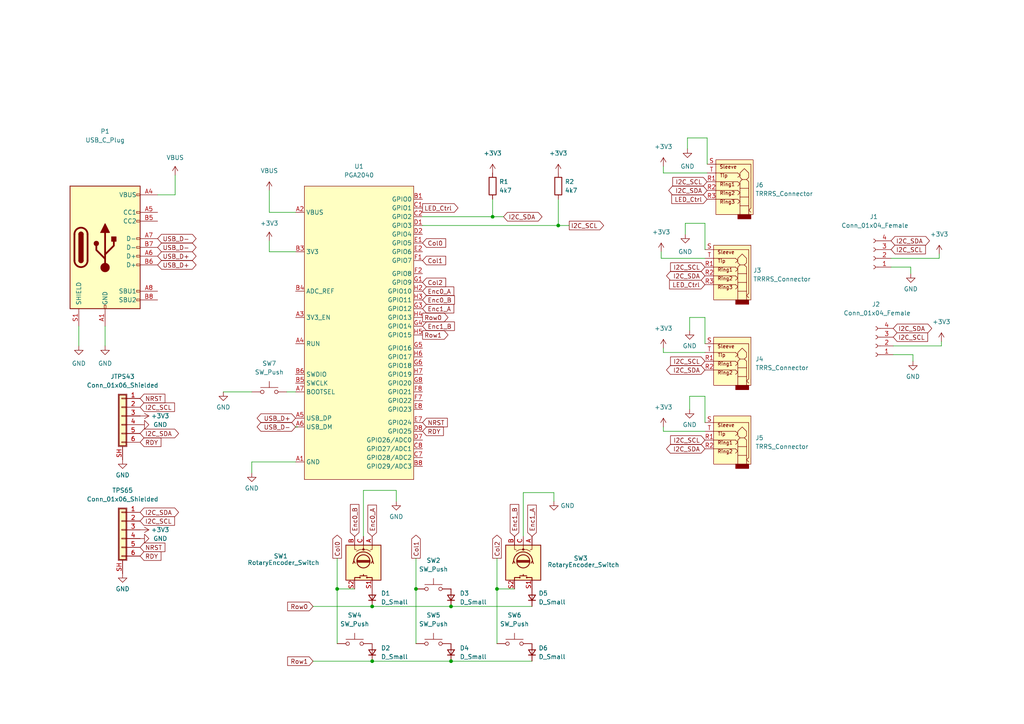
<source format=kicad_sch>
(kicad_sch (version 20231120) (generator "eeschema") (generator_version "8.0")
  (paper "A4")
  (lib_symbols
    (symbol "Connector:Conn_01x04_Female" (pin_names (offset 1.016) hide)
      (property "Reference" "J" (at 0 5.08 0))
      (property "Value" "Conn_01x04_Female" (at 0 -7.62 0))
      (symbol "Conn_01x04_Female_1_1"
        (arc (start 0 -4.572) (mid -0.5058 -5.08) (end 0 -5.588) (stroke (width 0.1524)))
        (arc (start 0 -2.032) (mid -0.5058 -2.54) (end 0 -3.048) (stroke (width 0.1524)))
        (polyline (pts (xy -1.27 -5.08) (xy -0.508 -5.08)) (stroke (width 0.1524)))
        (polyline (pts (xy -1.27 -2.54) (xy -0.508 -2.54)) (stroke (width 0.1524)))
        (polyline (pts (xy -1.27 0) (xy -0.508 0)) (stroke (width 0.1524)))
        (polyline (pts (xy -1.27 2.54) (xy -0.508 2.54)) (stroke (width 0.1524)))
        (arc (start 0 0.508) (mid -0.5058 0) (end 0 -0.508) (stroke (width 0.1524)))
        (arc (start 0 3.048) (mid -0.5058 2.54) (end 0 2.032) (stroke (width 0.1524)))
        (pin passive line (at -5.08 2.54 0) (length 3.81) (name "Pin_1") (number "1"))
        (pin passive line (at -5.08 0 0) (length 3.81) (name "Pin_2") (number "2"))
        (pin passive line (at -5.08 -2.54 0) (length 3.81) (name "Pin_3") (number "3"))
        (pin passive line (at -5.08 -5.08 0) (length 3.81) (name "Pin_4") (number "4"))
      )
    )
    (symbol "Connector:USB_C_Receptacle_USB2.0" (pin_names (offset 1.016))
      (property "Reference" "J" (at -10.16 19.05 0))
      (property "Value" "USB_C_Receptacle_USB2.0" (at 19.05 19.05 0))
      (symbol "USB_C_Receptacle_USB2.0_0_0"
        (rectangle (start -0.254 -17.78) (end 0.254 -16.764))
        (rectangle (start 10.16 -14.986) (end 9.144 -15.494))
        (rectangle (start 10.16 -12.446) (end 9.144 -12.954))
        (rectangle (start 10.16 -4.826) (end 9.144 -5.334))
        (rectangle (start 10.16 -2.286) (end 9.144 -2.794))
        (rectangle (start 10.16 0.254) (end 9.144 -0.254))
        (rectangle (start 10.16 2.794) (end 9.144 2.286))
        (rectangle (start 10.16 7.874) (end 9.144 7.366))
        (rectangle (start 10.16 10.414) (end 9.144 9.906))
        (rectangle (start 10.16 15.494) (end 9.144 14.986))
      )
      (symbol "USB_C_Receptacle_USB2.0_0_1"
        (rectangle (start -10.16 17.78) (end 10.16 -17.78) (stroke (width 0.254)) (fill (type background)))
        (arc (start -8.89 -3.81) (mid -6.985 -5.7066) (end -5.08 -3.81) (stroke (width 0.508)))
        (arc (start -7.62 -3.81) (mid -6.985 -4.4422) (end -6.35 -3.81) (stroke (width 0.254)))
        (arc (start -7.62 -3.81) (mid -6.985 -4.4422) (end -6.35 -3.81) (stroke (width 0.254)) (fill (type outline)))
        (rectangle (start -7.62 -3.81) (end -6.35 3.81) (stroke (width 0.254)) (fill (type outline)))
        (arc (start -6.35 3.81) (mid -6.985 4.4422) (end -7.62 3.81) (stroke (width 0.254)))
        (arc (start -6.35 3.81) (mid -6.985 4.4422) (end -7.62 3.81) (stroke (width 0.254)) (fill (type outline)))
        (arc (start -5.08 3.81) (mid -6.985 5.7066) (end -8.89 3.81) (stroke (width 0.508)))
        (circle (center -2.54 1.143) (radius 0.635) (stroke (width 0.254)) (fill (type outline)))
        (circle (center 0 -5.842) (radius 1.27) (fill (type outline)))
        (polyline (pts (xy -8.89 -3.81) (xy -8.89 3.81)) (stroke (width 0.508)))
        (polyline (pts (xy -5.08 3.81) (xy -5.08 -3.81)) (stroke (width 0.508)))
        (polyline (pts (xy 0 -5.842) (xy 0 4.318)) (stroke (width 0.508)))
        (polyline (pts (xy 0 -3.302) (xy -2.54 -0.762) (xy -2.54 0.508)) (stroke (width 0.508)))
        (polyline (pts (xy 0 -2.032) (xy 2.54 0.508) (xy 2.54 1.778)) (stroke (width 0.508)))
        (polyline (pts (xy -1.27 4.318) (xy 0 6.858) (xy 1.27 4.318) (xy -1.27 4.318)) (stroke (width 0.254)) (fill (type outline)))
        (rectangle (start 1.905 1.778) (end 3.175 3.048) (stroke (width 0.254)) (fill (type outline)))
      )
      (symbol "USB_C_Receptacle_USB2.0_1_1"
        (pin passive line (at 0 -22.86 90) (length 5.08) (name "GND") (number "A1"))
        (pin passive line (at 0 -22.86 90) (length 5.08) hide (name "GND") (number "A12"))
        (pin passive line (at 15.24 15.24 180) (length 5.08) (name "VBUS") (number "A4"))
        (pin bidirectional line (at 15.24 10.16 180) (length 5.08) (name "CC1") (number "A5"))
        (pin bidirectional line (at 15.24 -2.54 180) (length 5.08) (name "D+") (number "A6"))
        (pin bidirectional line (at 15.24 2.54 180) (length 5.08) (name "D-") (number "A7"))
        (pin bidirectional line (at 15.24 -12.7 180) (length 5.08) (name "SBU1") (number "A8"))
        (pin passive line (at 15.24 15.24 180) (length 5.08) hide (name "VBUS") (number "A9"))
        (pin passive line (at 0 -22.86 90) (length 5.08) hide (name "GND") (number "B1"))
        (pin passive line (at 0 -22.86 90) (length 5.08) hide (name "GND") (number "B12"))
        (pin passive line (at 15.24 15.24 180) (length 5.08) hide (name "VBUS") (number "B4"))
        (pin bidirectional line (at 15.24 7.62 180) (length 5.08) (name "CC2") (number "B5"))
        (pin bidirectional line (at 15.24 -5.08 180) (length 5.08) (name "D+") (number "B6"))
        (pin bidirectional line (at 15.24 0 180) (length 5.08) (name "D-") (number "B7"))
        (pin bidirectional line (at 15.24 -15.24 180) (length 5.08) (name "SBU2") (number "B8"))
        (pin passive line (at 15.24 15.24 180) (length 5.08) hide (name "VBUS") (number "B9"))
        (pin passive line (at -7.62 -22.86 90) (length 5.08) (name "SHIELD") (number "S1"))
      )
    )
    (symbol "Connector_Generic_Shielded:Conn_01x06_Shielded" (pin_names (offset 1.016) hide)
      (property "Reference" "J" (at 0.254 7.366 0))
      (property "Value" "Conn_01x06_Shielded" (at 1.016 -9.906 0))
      (symbol "Conn_01x06_Shielded_1_1"
        (rectangle (start -1.27 6.35) (end 1.27 -8.89) (stroke (width 0.1524)))
        (rectangle (start -1.016 -7.493) (end 0.254 -7.747) (stroke (width 0.1524)))
        (rectangle (start -1.016 -4.953) (end 0.254 -5.207) (stroke (width 0.1524)))
        (rectangle (start -1.016 -2.413) (end 0.254 -2.667) (stroke (width 0.1524)))
        (rectangle (start -1.016 0.127) (end 0.254 -0.127) (stroke (width 0.1524)))
        (rectangle (start -1.016 2.667) (end 0.254 2.413) (stroke (width 0.1524)))
        (rectangle (start -1.016 5.207) (end 0.254 4.953) (stroke (width 0.1524)))
        (rectangle (start -1.016 6.096) (end 1.016 -8.636) (stroke (width 0.254)) (fill (type background)))
        (pin passive line (at -5.08 5.08 0) (length 4.064) (name "Pin_1") (number "1"))
        (pin passive line (at -5.08 2.54 0) (length 4.064) (name "Pin_2") (number "2"))
        (pin passive line (at -5.08 0 0) (length 4.064) (name "Pin_3") (number "3"))
        (pin passive line (at -5.08 -2.54 0) (length 4.064) (name "Pin_4") (number "4"))
        (pin passive line (at -5.08 -5.08 0) (length 4.064) (name "Pin_5") (number "5"))
        (pin passive line (at -5.08 -7.62 0) (length 4.064) (name "Pin_6") (number "6"))
        (pin passive line (at 0 -12.7 90) (length 3.81) (name "Shield") (number "SH"))
      )
    )
    (symbol "Device:D_Small" (pin_numbers hide) (pin_names (offset 0.254) hide)
      (property "Reference" "D" (at -1.27 2.032 0))
      (property "Value" "D_Small" (at -3.81 -2.032 0))
      (symbol "D_Small_0_1"
        (polyline (pts (xy -0.762 -1.016) (xy -0.762 1.016)) (stroke (width 0.254)))
        (polyline (pts (xy -0.762 0) (xy 0.762 0)))
        (polyline (pts (xy 0.762 -1.016) (xy -0.762 0) (xy 0.762 1.016) (xy 0.762 -1.016)) (stroke (width 0.254)))
      )
      (symbol "D_Small_1_1"
        (pin passive line (at -2.54 0 0) (length 1.778) (name "K") (number "1"))
        (pin passive line (at 2.54 0 180) (length 1.778) (name "A") (number "2"))
      )
    )
    (symbol "Device:R" (pin_numbers hide) (pin_names (offset 0))
      (property "Reference" "R" (at 2.032 0 90))
      (property "Value" "R" (at 0 0 90))
      (symbol "R_0_1"
        (rectangle (start -1.016 -2.54) (end 1.016 2.54) (stroke (width 0.254)))
      )
      (symbol "R_1_1"
        (pin passive line (at 0 3.81 270) (length 1.27) (name "~") (number "1"))
        (pin passive line (at 0 -3.81 90) (length 1.27) (name "~") (number "2"))
      )
    )
    (symbol "Device:RotaryEncoder_Switch" (pin_names (offset 0.254) hide)
      (property "Reference" "SW" (at 0 6.604 0))
      (property "Value" "RotaryEncoder_Switch" (at 0 -6.604 0))
      (symbol "RotaryEncoder_Switch_0_1"
        (rectangle (start -5.08 5.08) (end 5.08 -5.08) (stroke (width 0.254)) (fill (type background)))
        (circle (center -3.81 0) (radius 0.254) (fill (type outline)))
        (circle (center -0.381 0) (radius 1.905) (stroke (width 0.254)))
        (arc (start -0.381 2.667) (mid -3.0987 -0.0635) (end -0.381 -2.794) (stroke (width 0.254)))
        (polyline (pts (xy -0.635 -1.778) (xy -0.635 1.778)) (stroke (width 0.254)))
        (polyline (pts (xy -0.381 -1.778) (xy -0.381 1.778)) (stroke (width 0.254)))
        (polyline (pts (xy -0.127 1.778) (xy -0.127 -1.778)) (stroke (width 0.254)))
        (polyline (pts (xy 3.81 0) (xy 3.429 0)) (stroke (width 0.254)))
        (polyline (pts (xy 3.81 1.016) (xy 3.81 -1.016)) (stroke (width 0.254)))
        (polyline (pts (xy -5.08 -2.54) (xy -3.81 -2.54) (xy -3.81 -2.032)))
        (polyline (pts (xy -5.08 2.54) (xy -3.81 2.54) (xy -3.81 2.032)))
        (polyline (pts (xy 0.254 -3.048) (xy -0.508 -2.794) (xy 0.127 -2.413)) (stroke (width 0.254)))
        (polyline (pts (xy 0.254 2.921) (xy -0.508 2.667) (xy 0.127 2.286)) (stroke (width 0.254)))
        (polyline (pts (xy 5.08 -2.54) (xy 4.318 -2.54) (xy 4.318 -1.016)) (stroke (width 0.254)))
        (polyline (pts (xy 5.08 2.54) (xy 4.318 2.54) (xy 4.318 1.016)) (stroke (width 0.254)))
        (polyline (pts (xy -5.08 0) (xy -3.81 0) (xy -3.81 -1.016) (xy -3.302 -2.032)))
        (polyline (pts (xy -4.318 0) (xy -3.81 0) (xy -3.81 1.016) (xy -3.302 2.032)))
        (circle (center 4.318 -1.016) (radius 0.127) (stroke (width 0.254)))
        (circle (center 4.318 1.016) (radius 0.127) (stroke (width 0.254)))
      )
      (symbol "RotaryEncoder_Switch_1_1"
        (pin passive line (at -7.62 2.54 0) (length 2.54) (name "A") (number "A"))
        (pin passive line (at -7.62 -2.54 0) (length 2.54) (name "B") (number "B"))
        (pin passive line (at -7.62 0 0) (length 2.54) (name "C") (number "C"))
        (pin passive line (at 7.62 2.54 180) (length 2.54) (name "S1") (number "S1"))
        (pin passive line (at 7.62 -2.54 180) (length 2.54) (name "S2") (number "S2"))
      )
    )
    (symbol "Keyboard_Components:PGA2040"
      (property "Reference" "U" (at -3.81 43.18 0))
      (property "Value" "PGA2040" (at 10.16 38.1 0))
      (symbol "PGA2040_0_1"
        (rectangle (start -5.08 41.91) (end 26.67 -43.18) (fill (type background)))
      )
      (symbol "PGA2040_1_1"
        (pin input line (at -7.62 -38.1 0) (length 2.54) (name "GND") (number "A1"))
        (pin input line (at -7.62 34.29 0) (length 2.54) (name "VBUS") (number "A2"))
        (pin input line (at -7.62 3.81 0) (length 2.54) (name "3V3_EN") (number "A3"))
        (pin input line (at -7.62 -3.81 0) (length 2.54) (name "RUN") (number "A4"))
        (pin bidirectional line (at -7.62 -25.4 0) (length 2.54) (name "USB_DP") (number "A5"))
        (pin bidirectional line (at -7.62 -27.94 0) (length 2.54) (name "USB_DM") (number "A6"))
        (pin input line (at -7.62 -17.78 0) (length 2.54) (name "BOOTSEL") (number "A7"))
        (pin input line (at -7.62 -38.1 0) (length 2.54) hide (name "GND") (number "A8"))
        (pin bidirectional line (at 29.21 38.1 180) (length 2.54) (name "GPIO0") (number "B1"))
        (pin input line (at -7.62 -38.1 0) (length 2.54) hide (name "GND") (number "B2"))
        (pin output line (at -7.62 22.86 0) (length 2.54) (name "3V3") (number "B3"))
        (pin input line (at -7.62 11.43 0) (length 2.54) (name "ADC_REF") (number "B4"))
        (pin output line (at -7.62 -15.24 0) (length 2.54) (name "SWCLK") (number "B5"))
        (pin bidirectional line (at -7.62 -12.7 0) (length 2.54) (name "SWDIO") (number "B6"))
        (pin input line (at -7.62 -38.1 0) (length 2.54) hide (name "GND") (number "B7"))
        (pin bidirectional line (at 29.21 -39.37 180) (length 2.54) (name "GPIO29/ADC3") (number "B8"))
        (pin bidirectional line (at 29.21 35.56 180) (length 2.54) (name "GPIO1") (number "C1"))
        (pin bidirectional line (at 29.21 33.02 180) (length 2.54) (name "GPIO2") (number "C2"))
        (pin bidirectional line (at 29.21 -36.83 180) (length 2.54) (name "GPIO28/ADC2") (number "C7"))
        (pin bidirectional line (at 29.21 -34.29 180) (length 2.54) (name "GPIO27/ADC1") (number "C8"))
        (pin bidirectional line (at 29.21 30.48 180) (length 2.54) (name "GPIO3") (number "D1"))
        (pin bidirectional line (at 29.21 27.94 180) (length 2.54) (name "GPIO4") (number "D2"))
        (pin bidirectional line (at 29.21 -31.75 180) (length 2.54) (name "GPIO26/ADC0") (number "D7"))
        (pin bidirectional line (at 29.21 -29.21 180) (length 2.54) (name "GPIO25") (number "D8"))
        (pin bidirectional line (at 29.21 25.4 180) (length 2.54) (name "GPIO5") (number "E1"))
        (pin bidirectional line (at 29.21 22.86 180) (length 2.54) (name "GPIO6") (number "E2"))
        (pin bidirectional line (at 29.21 -26.67 180) (length 2.54) (name "GPIO24") (number "E7"))
        (pin bidirectional line (at 29.21 -22.86 180) (length 2.54) (name "GPIO23") (number "E8"))
        (pin bidirectional line (at 29.21 20.32 180) (length 2.54) (name "GPIO7") (number "F1"))
        (pin bidirectional line (at 29.21 16.51 180) (length 2.54) (name "GPIO8") (number "F2"))
        (pin bidirectional line (at 29.21 -20.32 180) (length 2.54) (name "GPIO22") (number "F7"))
        (pin bidirectional line (at 29.21 -17.78 180) (length 2.54) (name "GPIO21") (number "F8"))
        (pin bidirectional line (at 29.21 13.97 180) (length 2.54) (name "GPIO9") (number "G1"))
        (pin input line (at -7.62 -38.1 0) (length 2.54) hide (name "GND") (number "G2"))
        (pin bidirectional line (at 29.21 6.35 180) (length 2.54) (name "GPIO12") (number "G3"))
        (pin bidirectional line (at 29.21 1.27 180) (length 2.54) (name "GPIO14") (number "G4"))
        (pin bidirectional line (at 29.21 -5.08 180) (length 2.54) (name "GPIO16") (number "G5"))
        (pin bidirectional line (at 29.21 -10.16 180) (length 2.54) (name "GPIO18") (number "G6"))
        (pin input line (at -7.62 -38.1 0) (length 2.54) hide (name "GND") (number "G7"))
        (pin bidirectional line (at 29.21 -15.24 180) (length 2.54) (name "GPIO20") (number "G8"))
        (pin input line (at -7.62 -38.1 0) (length 2.54) hide (name "GND") (number "H1"))
        (pin bidirectional line (at 29.21 11.43 180) (length 2.54) (name "GPIO10") (number "H2"))
        (pin bidirectional line (at 29.21 8.89 180) (length 2.54) (name "GPIO11") (number "H3"))
        (pin bidirectional line (at 29.21 3.81 180) (length 2.54) (name "GPIO13") (number "H4"))
        (pin bidirectional line (at 29.21 -1.27 180) (length 2.54) (name "GPIO15") (number "H5"))
        (pin bidirectional line (at 29.21 -7.62 180) (length 2.54) (name "GPIO17") (number "H6"))
        (pin bidirectional line (at 29.21 -12.7 180) (length 2.54) (name "GPIO19") (number "H7"))
        (pin input line (at -7.62 -38.1 0) (length 2.54) hide (name "GND") (number "H8"))
      )
    )
    (symbol "Keyboard_Components:TRRRS_Connector"
      (property "Reference" "J" (at 5.08 8.89 0))
      (property "Value" "TRRRS_Connector" (at 5.08 6.35 0))
      (symbol "TRRRS_Connector_0_0"
        (text "Ring1" (at 3.302 -3.302 0) (effects (font (size 1.016 1.016))))
        (text "Ring2" (at 3.302 -5.842 0) (effects (font (size 1.016 1.016))))
        (text "Ring3" (at 3.302 -8.382 0) (effects (font (size 1.016 1.016))))
        (text "Sleeve" (at 3.556 1.778 0) (effects (font (size 1.016 1.016))))
        (text "Tip" (at 2.286 -0.762 0) (effects (font (size 1.016 1.016))))
      )
      (symbol "TRRRS_Connector_0_1"
        (polyline (pts (xy 0 -2.54) (xy 6.35 -2.54)))
        (polyline (pts (xy 0 0) (xy 6.35 0)))
        (polyline (pts (xy 6.35 -7.62) (xy 0 -7.62)))
        (polyline (pts (xy 6.35 -5.08) (xy 0 -5.08)))
        (polyline (pts (xy 6.985 -9.525) (xy 9.525 -9.525)))
        (polyline (pts (xy 6.985 -6.985) (xy 9.525 -6.985)))
        (polyline (pts (xy 6.985 -4.445) (xy 9.525 -4.445)))
        (polyline (pts (xy 7.62 -1.905) (xy 8.89 -1.905)))
        (polyline (pts (xy 0 2.54) (xy 10.16 2.54) (xy 10.16 -10.16)))
        (polyline (pts (xy 6.35 -8.89) (xy 6.985 -8.255) (xy 6.35 -7.62)))
        (polyline (pts (xy 6.35 -6.35) (xy 6.985 -5.715) (xy 6.35 -5.08)))
        (polyline (pts (xy 6.35 -3.81) (xy 6.985 -3.175) (xy 6.35 -2.54)))
        (polyline (pts (xy 6.35 -1.27) (xy 6.985 -0.635) (xy 6.35 0)))
        (polyline (pts (xy 10.16 -11.43) (xy 9.525 -10.795) (xy 10.16 -10.16)))
        (polyline (pts (xy 6.985 -12.065) (xy 6.985 -2.54) (xy 7.62 -1.905) (xy 6.985 -1.27) (xy 6.985 0) (xy 8.255 1.27) (xy 9.525 0) (xy 9.525 -1.27) (xy 8.89 -1.905) (xy 9.525 -2.54) (xy 9.525 -12.065)))
        (rectangle (start 0 3.81) (end 10.795 -12.065) (fill (type background)))
        (rectangle (start 6.35 -12.065) (end 10.16 -13.335) (fill (type outline)))
      )
      (symbol "TRRRS_Connector_1_1"
        (pin input line (at -2.54 -2.54 0) (length 2.54) (name "") (number "R1"))
        (pin input line (at -2.54 -5.08 0) (length 2.54) (name "") (number "R2"))
        (pin input line (at -2.54 -7.62 0) (length 2.54) (name "") (number "R3"))
        (pin input line (at -2.54 2.54 0) (length 2.54) (name "") (number "S"))
        (pin input line (at -2.54 0 0) (length 2.54) (name "") (number "T"))
      )
    )
    (symbol "Keyboard_Components:TRRS_Connector"
      (property "Reference" "J" (at 2.54 10.16 0))
      (property "Value" "TRRS_Connector" (at 2.54 7.62 0))
      (symbol "TRRS_Connector_0_0"
        (text "Ring1" (at 3.302 -2.032 0) (effects (font (size 1.016 1.016))))
        (text "Ring2" (at 3.302 -4.572 0) (effects (font (size 1.016 1.016))))
        (text "Sleeve" (at 3.556 3.048 0) (effects (font (size 1.016 1.016))))
        (text "Tip" (at 2.286 0.508 0) (effects (font (size 1.016 1.016))))
      )
      (symbol "TRRS_Connector_0_1"
        (polyline (pts (xy 0 -1.27) (xy 6.35 -1.27)))
        (polyline (pts (xy 0 1.27) (xy 6.35 1.27)))
        (polyline (pts (xy 6.35 -3.81) (xy 0 -3.81)))
        (polyline (pts (xy 6.985 -5.715) (xy 9.525 -5.715)))
        (polyline (pts (xy 6.985 -3.175) (xy 9.525 -3.175)))
        (polyline (pts (xy 7.62 -0.635) (xy 8.89 -0.635)))
        (polyline (pts (xy 0 3.81) (xy 10.16 3.81) (xy 10.16 -6.35)))
        (polyline (pts (xy 6.35 -5.08) (xy 6.985 -4.445) (xy 6.35 -3.81)))
        (polyline (pts (xy 6.35 -2.54) (xy 6.985 -1.905) (xy 6.35 -1.27)))
        (polyline (pts (xy 6.35 0) (xy 6.985 0.635) (xy 6.35 1.27)))
        (polyline (pts (xy 10.16 -7.62) (xy 9.525 -6.985) (xy 10.16 -6.35)))
        (polyline (pts (xy 6.985 -8.89) (xy 6.985 -1.27) (xy 7.62 -0.635) (xy 6.985 0) (xy 6.985 1.27) (xy 8.255 2.54) (xy 9.525 1.27) (xy 9.525 0) (xy 8.89 -0.635) (xy 9.525 -1.27) (xy 9.525 -8.89)))
        (rectangle (start 0 5.715) (end 10.795 -8.255) (fill (type background)))
        (rectangle (start 6.35 -8.255) (end 10.16 -9.525) (fill (type outline)))
      )
      (symbol "TRRS_Connector_1_1"
        (pin input line (at -2.54 -1.27 0) (length 2.54) (name "") (number "R1"))
        (pin input line (at -2.54 -3.81 0) (length 2.54) (name "") (number "R2"))
        (pin input line (at -2.54 3.81 0) (length 2.54) (name "") (number "S"))
        (pin input line (at -2.54 1.27 0) (length 2.54) (name "") (number "T"))
      )
    )
    (symbol "Switch:SW_Push" (pin_numbers hide) (pin_names (offset 1.016) hide)
      (property "Reference" "SW" (at 1.27 2.54 0))
      (property "Value" "SW_Push" (at 0 -1.524 0))
      (symbol "SW_Push_0_1"
        (circle (center -2.032 0) (radius 0.508))
        (polyline (pts (xy 0 1.27) (xy 0 3.048)))
        (polyline (pts (xy 2.54 1.27) (xy -2.54 1.27)))
        (circle (center 2.032 0) (radius 0.508))
        (pin passive line (at -5.08 0 0) (length 2.54) (name "1") (number "1"))
        (pin passive line (at 5.08 0 180) (length 2.54) (name "2") (number "2"))
      )
    )
    (symbol "power:+3.3V" (power) (pin_names (offset 0))
      (property "Value" "+3.3V" (at 0 3.556 0))
      (symbol "+3.3V_0_1"
        (polyline (pts (xy -0.762 1.27) (xy 0 2.54)))
        (polyline (pts (xy 0 0) (xy 0 2.54)))
        (polyline (pts (xy 0 2.54) (xy 0.762 1.27)))
      )
      (symbol "+3.3V_1_1"
        (pin power_in line (at 0 0 90) (length 0) hide (name "+3V3") (number "1"))
      )
    )
    (symbol "power:GND" (power) (pin_names (offset 0))
      (property "Value" "GND" (at 0 -3.81 0))
      (symbol "GND_0_1"
        (polyline (pts (xy 0 0) (xy 0 -1.27) (xy 1.27 -1.27) (xy 0 -2.54) (xy -1.27 -1.27) (xy 0 -1.27)))
      )
      (symbol "GND_1_1"
        (pin power_in line (at 0 0 270) (length 0) hide (name "GND") (number "1"))
      )
    )
    (symbol "power:VBUS" (power) (pin_names (offset 0))
      (property "Value" "VBUS" (at 0 3.81 0))
      (symbol "VBUS_0_1"
        (polyline (pts (xy -0.762 1.27) (xy 0 2.54)))
        (polyline (pts (xy 0 0) (xy 0 2.54)))
        (polyline (pts (xy 0 2.54) (xy 0.762 1.27)))
      )
      (symbol "VBUS_1_1"
        (pin power_in line (at 0 0 90) (length 0) hide (name "VBUS") (number "1"))
      )
    )
  )
  (junction (at 107.95 191.77))
  (junction (at 142.875 62.865))
  (junction (at 97.79 170.815))
  (junction (at 130.81 191.77))
  (junction (at 144.145 170.815))
  (junction (at 120.65 170.815))
  (junction (at 130.81 175.895))
  (junction (at 161.925 65.405))
  (junction (at 107.95 175.895))
  (wire (pts (xy 200.025 114.935) (xy 204.47 114.935)))
  (wire (pts (xy 45.72 56.515) (xy 50.8 56.515)))
  (wire (pts (xy 85.725 133.985) (xy 73.025 133.985)))
  (wire (pts (xy 192.405 125.095) (xy 204.47 125.095)))
  (wire (pts (xy 199.39 40.005) (xy 205.105 40.005)))
  (wire (pts (xy 142.875 62.865) (xy 122.555 62.865)))
  (wire (pts (xy 192.405 102.235) (xy 204.47 102.235)))
  (wire (pts (xy 273.05 99.06) (xy 273.05 100.33)))
  (wire (pts (xy 22.86 94.615) (xy 22.86 100.33)))
  (wire (pts (xy 142.875 57.785) (xy 142.875 62.865)))
  (wire (pts (xy 198.755 64.77) (xy 204.47 64.77)))
  (wire (pts (xy 107.95 191.77) (xy 130.81 191.77)))
  (wire (pts (xy 160.655 145.415) (xy 160.655 142.875)))
  (wire (pts (xy 144.145 170.815) (xy 149.225 170.815)))
  (wire (pts (xy 151.765 142.875) (xy 151.765 155.575)))
  (wire (pts (xy 191.77 74.93) (xy 204.47 74.93)))
  (wire (pts (xy 114.935 142.24) (xy 105.41 142.24)))
  (wire (pts (xy 30.48 94.615) (xy 30.48 100.33)))
  (wire (pts (xy 73.025 113.665) (xy 64.77 113.665)))
  (wire (pts (xy 120.65 170.815) (xy 120.65 186.69)))
  (wire (pts (xy 90.805 191.77) (xy 107.95 191.77)))
  (wire (pts (xy 114.935 145.415) (xy 114.935 142.24)))
  (wire (pts (xy 97.79 170.815) (xy 102.87 170.815)))
  (wire (pts (xy 78.105 61.595) (xy 85.725 61.595)))
  (wire (pts (xy 204.47 64.77) (xy 204.47 72.39)))
  (wire (pts (xy 192.405 100.965) (xy 192.405 102.235)))
  (wire (pts (xy 264.795 104.775) (xy 264.795 102.87)))
  (wire (pts (xy 90.805 175.895) (xy 107.95 175.895)))
  (wire (pts (xy 144.145 161.925) (xy 144.145 170.815)))
  (wire (pts (xy 264.16 77.47) (xy 258.445 77.47)))
  (wire (pts (xy 273.05 100.33) (xy 259.08 100.33)))
  (wire (pts (xy 97.79 170.815) (xy 97.79 186.69)))
  (wire (pts (xy 205.105 40.005) (xy 205.105 47.625)))
  (wire (pts (xy 192.405 50.165) (xy 205.105 50.165)))
  (wire (pts (xy 272.415 73.66) (xy 272.415 74.93)))
  (wire (pts (xy 200.025 92.075) (xy 204.47 92.075)))
  (wire (pts (xy 86.36 123.825) (xy 85.725 123.825)))
  (wire (pts (xy 50.8 56.515) (xy 50.8 50.8)))
  (wire (pts (xy 97.79 161.925) (xy 97.79 170.815)))
  (wire (pts (xy 198.755 67.945) (xy 198.755 64.77)))
  (wire (pts (xy 160.655 142.875) (xy 151.765 142.875)))
  (wire (pts (xy 83.185 113.665) (xy 85.725 113.665)))
  (wire (pts (xy 264.16 79.375) (xy 264.16 77.47)))
  (wire (pts (xy 192.405 48.26) (xy 192.405 50.165)))
  (wire (pts (xy 78.105 55.245) (xy 78.105 61.595)))
  (wire (pts (xy 161.925 57.785) (xy 161.925 65.405)))
  (wire (pts (xy 200.025 95.885) (xy 200.025 92.075)))
  (wire (pts (xy 272.415 74.93) (xy 258.445 74.93)))
  (wire (pts (xy 130.81 191.77) (xy 154.305 191.77)))
  (wire (pts (xy 191.77 73.025) (xy 191.77 74.93)))
  (wire (pts (xy 78.105 69.85) (xy 78.105 73.025)))
  (wire (pts (xy 146.05 62.865) (xy 142.875 62.865)))
  (wire (pts (xy 199.39 43.18) (xy 199.39 40.005)))
  (wire (pts (xy 200.025 118.745) (xy 200.025 114.935)))
  (wire (pts (xy 73.025 133.985) (xy 73.025 137.16)))
  (wire (pts (xy 122.555 65.405) (xy 161.925 65.405)))
  (wire (pts (xy 107.95 175.895) (xy 130.81 175.895)))
  (wire (pts (xy 161.925 65.405) (xy 165.1 65.405)))
  (wire (pts (xy 105.41 142.24) (xy 105.41 155.575)))
  (wire (pts (xy 144.145 170.815) (xy 144.145 186.69)))
  (wire (pts (xy 192.405 123.825) (xy 192.405 125.095)))
  (wire (pts (xy 264.795 102.87) (xy 259.08 102.87)))
  (wire (pts (xy 78.105 73.025) (xy 85.725 73.025)))
  (wire (pts (xy 120.65 161.925) (xy 120.65 170.815)))
  (wire (pts (xy 130.81 175.895) (xy 154.305 175.895)))
  (wire (pts (xy 204.47 92.075) (xy 204.47 99.695)))
  (wire (pts (xy 204.47 114.935) (xy 204.47 122.555)))
  (global_label "I2C_SDA" (shape bidirectional) (at 204.47 130.175 180) (property "Intersheetrefs" "${INTERSHEET_REFS}" (effects (hide yes))))
  (global_label "I2C_SCL" (shape output) (at 165.1 65.405 0) (property "Intersheetrefs" "${INTERSHEET_REFS}" (effects (hide yes))))
  (global_label "NRST" (shape input) (at 122.555 122.555 0) (property "Intersheetrefs" "${INTERSHEET_REFS}" (effects (hide yes))))
  (global_label "I2C_SCL" (shape input) (at 204.47 127.635 180) (property "Intersheetrefs" "${INTERSHEET_REFS}" (effects (hide yes))))
  (global_label "RDY" (shape input) (at 122.555 125.095 0) (property "Intersheetrefs" "${INTERSHEET_REFS}" (effects (hide yes))))
  (global_label "I2C_SCL" (shape input) (at 259.08 97.79 0) (property "Intersheetrefs" "${INTERSHEET_REFS}" (effects (hide yes))))
  (global_label "I2C_SCL" (shape input) (at 205.105 52.705 180) (property "Intersheetrefs" "${INTERSHEET_REFS}" (effects (hide yes))))
  (global_label "I2C_SCL" (shape input) (at 258.445 72.39 0) (property "Intersheetrefs" "${INTERSHEET_REFS}" (effects (hide yes))))
  (global_label "Col0" (shape output) (at 97.79 161.925 90) (property "Intersheetrefs" "${INTERSHEET_REFS}" (effects (hide yes))))
  (global_label "Row1" (shape output) (at 122.555 97.155 0) (property "Intersheetrefs" "${INTERSHEET_REFS}" (effects (hide yes))))
  (global_label "Enc0_A" (shape input) (at 122.555 84.455 0) (property "Intersheetrefs" "${INTERSHEET_REFS}" (effects (hide yes))))
  (global_label "USB_D+" (shape bidirectional) (at 45.72 76.835 0) (property "Intersheetrefs" "${INTERSHEET_REFS}" (effects (hide yes))))
  (global_label "I2C_SDA" (shape bidirectional) (at 205.105 55.245 180) (property "Intersheetrefs" "${INTERSHEET_REFS}" (effects (hide yes))))
  (global_label "I2C_SDA" (shape bidirectional) (at 258.445 69.85 0) (property "Intersheetrefs" "${INTERSHEET_REFS}" (effects (hide yes))))
  (global_label "RDY" (shape input) (at 40.64 161.29 0) (property "Intersheetrefs" "${INTERSHEET_REFS}" (effects (hide yes))))
  (global_label "USB_D-" (shape bidirectional) (at 45.72 71.755 0) (property "Intersheetrefs" "${INTERSHEET_REFS}" (effects (hide yes))))
  (global_label "Row0" (shape input) (at 90.805 175.895 180) (property "Intersheetrefs" "${INTERSHEET_REFS}" (effects (hide yes))))
  (global_label "Row1" (shape input) (at 90.805 191.77 180) (property "Intersheetrefs" "${INTERSHEET_REFS}" (effects (hide yes))))
  (global_label "NRST" (shape input) (at 40.64 115.57 0) (property "Intersheetrefs" "${INTERSHEET_REFS}" (effects (hide yes))))
  (global_label "LED_Ctrl" (shape input) (at 205.105 57.785 180) (property "Intersheetrefs" "${INTERSHEET_REFS}" (effects (hide yes))))
  (global_label "Enc0_A" (shape input) (at 107.95 155.575 90) (property "Intersheetrefs" "${INTERSHEET_REFS}" (effects (hide yes))))
  (global_label "Col0" (shape input) (at 122.555 70.485 0) (property "Intersheetrefs" "${INTERSHEET_REFS}" (effects (hide yes))))
  (global_label "I2C_SCL" (shape input) (at 204.47 77.47 180) (property "Intersheetrefs" "${INTERSHEET_REFS}" (effects (hide yes))))
  (global_label "USB_D+" (shape bidirectional) (at 85.725 121.285 180) (property "Intersheetrefs" "${INTERSHEET_REFS}" (effects (hide yes))))
  (global_label "I2C_SDA" (shape bidirectional) (at 40.64 125.73 0) (property "Intersheetrefs" "${INTERSHEET_REFS}" (effects (hide yes))))
  (global_label "Enc0_B" (shape input) (at 122.555 86.995 0) (property "Intersheetrefs" "${INTERSHEET_REFS}" (effects (hide yes))))
  (global_label "Col2" (shape input) (at 122.555 81.915 0) (property "Intersheetrefs" "${INTERSHEET_REFS}" (effects (hide yes))))
  (global_label "I2C_SDA" (shape bidirectional) (at 204.47 107.315 180) (property "Intersheetrefs" "${INTERSHEET_REFS}" (effects (hide yes))))
  (global_label "USB_D-" (shape bidirectional) (at 45.72 69.215 0) (property "Intersheetrefs" "${INTERSHEET_REFS}" (effects (hide yes))))
  (global_label "Col1" (shape output) (at 120.65 161.925 90) (property "Intersheetrefs" "${INTERSHEET_REFS}" (effects (hide yes))))
  (global_label "Enc0_B" (shape input) (at 102.87 155.575 90) (property "Intersheetrefs" "${INTERSHEET_REFS}" (effects (hide yes))))
  (global_label "Enc1_A" (shape input) (at 122.555 89.535 0) (property "Intersheetrefs" "${INTERSHEET_REFS}" (effects (hide yes))))
  (global_label "Col1" (shape input) (at 122.555 75.565 0) (property "Intersheetrefs" "${INTERSHEET_REFS}" (effects (hide yes))))
  (global_label "Row0" (shape output) (at 122.555 92.075 0) (property "Intersheetrefs" "${INTERSHEET_REFS}" (effects (hide yes))))
  (global_label "I2C_SDA" (shape bidirectional) (at 204.47 80.01 180) (property "Intersheetrefs" "${INTERSHEET_REFS}" (effects (hide yes))))
  (global_label "RDY" (shape input) (at 40.64 128.27 0) (property "Intersheetrefs" "${INTERSHEET_REFS}" (effects (hide yes))))
  (global_label "I2C_SCL" (shape input) (at 40.64 118.11 0) (property "Intersheetrefs" "${INTERSHEET_REFS}" (effects (hide yes))))
  (global_label "I2C_SCL" (shape input) (at 40.64 151.13 0) (property "Intersheetrefs" "${INTERSHEET_REFS}" (effects (hide yes))))
  (global_label "NRST" (shape input) (at 40.64 158.75 0) (property "Intersheetrefs" "${INTERSHEET_REFS}" (effects (hide yes))))
  (global_label "Col2" (shape output) (at 144.145 161.925 90) (property "Intersheetrefs" "${INTERSHEET_REFS}" (effects (hide yes))))
  (global_label "USB_D-" (shape bidirectional) (at 85.725 123.825 180) (property "Intersheetrefs" "${INTERSHEET_REFS}" (effects (hide yes))))
  (global_label "LED_Ctrl" (shape output) (at 122.555 60.325 0) (property "Intersheetrefs" "${INTERSHEET_REFS}" (effects (hide yes))))
  (global_label "USB_D+" (shape bidirectional) (at 45.72 74.295 0) (property "Intersheetrefs" "${INTERSHEET_REFS}" (effects (hide yes))))
  (global_label "LED_Ctrl" (shape input) (at 204.47 82.55 180) (property "Intersheetrefs" "${INTERSHEET_REFS}" (effects (hide yes))))
  (global_label "I2C_SDA" (shape bidirectional) (at 146.05 62.865 0) (property "Intersheetrefs" "${INTERSHEET_REFS}" (effects (hide yes))))
  (global_label "Enc1_B" (shape input) (at 149.225 155.575 90) (property "Intersheetrefs" "${INTERSHEET_REFS}" (effects (hide yes))))
  (global_label "Enc1_B" (shape input) (at 122.555 94.615 0) (property "Intersheetrefs" "${INTERSHEET_REFS}" (effects (hide yes))))
  (global_label "I2C_SCL" (shape input) (at 204.47 104.775 180) (property "Intersheetrefs" "${INTERSHEET_REFS}" (effects (hide yes))))
  (global_label "Enc1_A" (shape input) (at 154.305 155.575 90) (property "Intersheetrefs" "${INTERSHEET_REFS}" (effects (hide yes))))
  (global_label "I2C_SDA" (shape bidirectional) (at 40.64 148.59 0) (property "Intersheetrefs" "${INTERSHEET_REFS}" (effects (hide yes))))
  (global_label "I2C_SDA" (shape bidirectional) (at 259.08 95.25 0) (property "Intersheetrefs" "${INTERSHEET_REFS}" (effects (hide yes))))
  (symbol (lib_id "power:GND") (at 30.48 100.33 0) (unit 1)
    (property "Reference" "#PWR01" (effects (hide yes)))
    (property "Value" "GND" (at 30.48 105.41 0))
  )
  (symbol (lib_id "power:+3.3V") (at 192.405 48.26 0) (unit 1)
    (property "Reference" "#PWR014" (effects (hide yes)))
    (property "Value" "+3V3" (at 192.405 42.545 0))
  )
  (symbol (lib_id "Switch:SW_Push") (at 125.73 186.69 0) (unit 1)
    (property "Reference" "SW5" (at 125.73 178.435 0))
    (property "Value" "SW_Push" (at 125.73 180.975 0))
    (property "Footprint" "Switch_Footprints:MX_lss_100U" (effects (hide yes)))
  )
  (symbol (lib_id "power:+3.3V") (at 273.05 99.06 0) (unit 1)
    (property "Reference" "#PWR012" (effects (hide yes)))
    (property "Value" "+3V3" (at 273.05 93.345 0))
  )
  (symbol (lib_id "Keyboard_Components:TRRRS_Connector") (at 207.01 74.93 0) (unit 1)
    (property "Reference" "J3" (at 218.44 78.4224 0) (effects (justify left)))
    (property "Value" "TRRRS_Connector" (at 218.44 80.9624 0) (effects (justify left)))
    (property "Footprint" "Keyboard_Components:TRRRS_NBA1-24-001" (effects (hide yes)))
  )
  (symbol (lib_id "Device:RotaryEncoder_Switch") (at 151.765 163.195 270) (unit 1)
    (property "Reference" "SW3" (at 166.37 161.925 90) (effects (justify left)))
    (property "Value" "RotaryEncoder_Switch" (at 158.75 163.83 90) (effects (justify left)))
    (property "Footprint" "Switch_Footprints:MX_lss_100U_Rotary" (effects (hide yes)))
  )
  (symbol (lib_id "Device:D_Small") (at 154.305 189.23 90) (unit 1)
    (property "Reference" "D6" (at 156.21 187.9599 90) (effects (justify right)))
    (property "Value" "D_Small" (at 156.21 190.4999 90) (effects (justify right)))
    (property "Footprint" "Keyboard_Components:Diode_SMD_Round_Pads" (effects (hide yes)))
  )
  (symbol (lib_id "power:GND") (at 22.86 100.33 0) (unit 1)
    (property "Reference" "#PWR0103" (effects (hide yes)))
    (property "Value" "GND" (at 22.86 105.41 0))
  )
  (symbol (lib_id "power:+3.3V") (at 142.875 50.165 0) (unit 1)
    (property "Reference" "#PWR07" (effects (hide yes)))
    (property "Value" "+3V3" (at 142.875 44.45 0))
  )
  (symbol (lib_id "Connector_Generic_Shielded:Conn_01x06_Shielded") (at 35.56 153.67 0) (mirror y) (unit 1)
    (property "Reference" "TPS65" (at 35.56 142.24 0))
    (property "Value" "Conn_01x06_Shielded" (at 35.56 144.78 0))
    (property "Footprint" "Connector_FFC-FPC:Hirose_FH12-6S-0.5SH_1x06-1MP_P0.50mm_Horizontal" (effects (hide yes)))
  )
  (symbol (lib_id "power:VBUS") (at 78.105 55.245 0) (unit 1)
    (property "Reference" "#PWR05" (effects (hide yes)))
    (property "Value" "VBUS" (at 78.105 49.53 0))
  )
  (symbol (lib_id "power:+3.3V") (at 192.405 123.825 0) (unit 1)
    (property "Reference" "#PWR016" (effects (hide yes)))
    (property "Value" "+3V3" (at 192.405 118.11 0))
  )
  (symbol (lib_id "power:GND") (at 40.64 156.21 90) (unit 1)
    (property "Reference" "#PWR0111" (effects (hide yes)))
    (property "Value" "GND" (at 44.45 156.2099 90) (effects (justify right)))
  )
  (symbol (lib_id "Device:D_Small") (at 130.81 189.23 90) (unit 1)
    (property "Reference" "D4" (at 133.35 187.9599 90) (effects (justify right)))
    (property "Value" "D_Small" (at 133.35 190.4999 90) (effects (justify right)))
    (property "Footprint" "Keyboard_Components:Diode_SMD_Round_Pads" (effects (hide yes)))
  )
  (symbol (lib_id "Device:D_Small") (at 154.305 173.355 90) (unit 1)
    (property "Reference" "D5" (at 156.21 172.0849 90) (effects (justify right)))
    (property "Value" "D_Small" (at 156.21 174.6249 90) (effects (justify right)))
    (property "Footprint" "Keyboard_Components:Diode_SMD_Round_Pads" (effects (hide yes)))
  )
  (symbol (lib_id "power:GND") (at 40.64 123.19 90) (unit 1)
    (property "Reference" "#PWR0108" (effects (hide yes)))
    (property "Value" "GND" (at 44.45 123.1899 90) (effects (justify right)))
  )
  (symbol (lib_id "Device:RotaryEncoder_Switch") (at 105.41 163.195 270) (unit 1)
    (property "Reference" "SW1" (at 79.375 161.29 90) (effects (justify left)))
    (property "Value" "RotaryEncoder_Switch" (at 71.755 163.195 90) (effects (justify left)))
    (property "Footprint" "Switch_Footprints:MX_lss_100U_Rotary" (effects (hide yes)))
  )
  (symbol (lib_id "power:GND") (at 200.025 95.885 0) (unit 1)
    (property "Reference" "#PWR019" (effects (hide yes)))
    (property "Value" "GND" (at 200.025 100.33 0))
  )
  (symbol (lib_id "power:+3.3V") (at 78.105 69.85 0) (unit 1)
    (property "Reference" "#PWR06" (effects (hide yes)))
    (property "Value" "+3V3" (at 78.105 64.77 0))
  )
  (symbol (lib_id "power:+3.3V") (at 192.405 100.965 0) (unit 1)
    (property "Reference" "#PWR015" (effects (hide yes)))
    (property "Value" "+3V3" (at 192.405 95.25 0))
  )
  (symbol (lib_id "power:GND") (at 64.77 113.665 0) (unit 1)
    (property "Reference" "#PWR03" (effects (hide yes)))
    (property "Value" "GND" (at 64.77 118.11 0))
  )
  (symbol (lib_id "Connector:USB_C_Receptacle_USB2.0") (at 30.48 71.755 0) (unit 1)
    (property "Reference" "P1" (at 30.48 38.1 0))
    (property "Value" "USB_C_Plug" (at 30.48 40.64 0))
    (property "Footprint" "Keyboard_Components:USB_C_C2927037" (effects (hide yes)))
    (property "Datasheet" "https://www.usb.org/sites/default/files/documents/usb_type-c.zip" (effects (hide yes)))
  )
  (symbol (lib_id "Connector_Generic_Shielded:Conn_01x06_Shielded") (at 35.56 120.65 0) (mirror y) (unit 1)
    (property "Reference" "JTPS43" (at 35.56 109.22 0))
    (property "Value" "Conn_01x06_Shielded" (at 35.56 111.76 0))
    (property "Footprint" "Connector_FFC-FPC:Hirose_FH12-6S-0.5SH_1x06-1MP_P0.50mm_Horizontal" (effects (hide yes)))
  )
  (symbol (lib_id "power:GND") (at 160.655 145.415 0) (unit 1)
    (property "Reference" "#PWR0101" (effects (hide yes)))
    (property "Value" "GND" (at 162.56 146.6849 0) (effects (justify left)))
  )
  (symbol (lib_id "Device:D_Small") (at 130.81 173.355 90) (unit 1)
    (property "Reference" "D3" (at 133.35 172.0849 90) (effects (justify right)))
    (property "Value" "D_Small" (at 133.35 174.6249 90) (effects (justify right)))
    (property "Footprint" "Keyboard_Components:Diode_SMD_Round_Pads" (effects (hide yes)))
  )
  (symbol (lib_id "Switch:SW_Push") (at 149.225 186.69 0) (unit 1)
    (property "Reference" "SW6" (at 149.225 178.435 0))
    (property "Value" "SW_Push" (at 149.225 180.975 0))
    (property "Footprint" "Switch_Footprints:MX_lss_100U" (effects (hide yes)))
  )
  (symbol (lib_id "power:+3.3V") (at 191.77 73.025 0) (unit 1)
    (property "Reference" "#PWR013" (effects (hide yes)))
    (property "Value" "+3V3" (at 191.77 67.31 0))
  )
  (symbol (lib_id "Keyboard_Components:PGA2040") (at 93.345 95.885 0) (unit 1)
    (property "Reference" "U1" (at 104.14 48.26 0))
    (property "Value" "PGA2040" (at 104.14 50.8 0))
    (property "Footprint" "Keyboard_Components:PGA2040" (effects (hide yes)))
  )
  (symbol (lib_id "Switch:SW_Push") (at 78.105 113.665 0) (unit 1)
    (property "Reference" "SW7" (at 78.105 105.41 0))
    (property "Value" "SW_Push" (at 78.105 107.95 0))
    (property "Footprint" "Keyboard_Components:Reset_Switch" (effects (hide yes)))
  )
  (symbol (lib_id "Device:R") (at 161.925 53.975 0) (unit 1)
    (property "Reference" "R2" (at 163.83 52.7049 0) (effects (justify left)))
    (property "Value" "4k7" (at 163.83 55.2449 0) (effects (justify left)))
    (property "Footprint" "Keyboard_Components:Resistor" (effects (hide yes)))
  )
  (symbol (lib_id "Connector:Conn_01x04_Female") (at 254 100.33 180) (unit 1)
    (property "Reference" "J2" (at 255.27 88.265 0) (effects (justify left)))
    (property "Value" "Conn_01x04_Female" (at 264.16 90.805 0) (effects (justify left)))
    (property "Footprint" "Connector_PinHeader_2.54mm:PinHeader_1x04_P2.54mm_Vertical" (effects (hide yes)))
  )
  (symbol (lib_id "power:GND") (at 73.025 137.16 0) (unit 1)
    (property "Reference" "#PWR04" (effects (hide yes)))
    (property "Value" "GND" (at 73.025 141.605 0))
  )
  (symbol (lib_id "Switch:SW_Push") (at 102.87 186.69 0) (unit 1)
    (property "Reference" "SW4" (at 102.87 178.435 0))
    (property "Value" "SW_Push" (at 102.87 180.975 0))
    (property "Footprint" "Switch_Footprints:MX_lss_100U" (effects (hide yes)))
  )
  (symbol (lib_id "power:GND") (at 35.56 166.37 0) (unit 1)
    (property "Reference" "#PWR0109" (effects (hide yes)))
    (property "Value" "GND" (at 35.56 170.815 0))
  )
  (symbol (lib_id "power:GND") (at 198.755 67.945 0) (unit 1)
    (property "Reference" "#PWR017" (effects (hide yes)))
    (property "Value" "GND" (at 198.755 73.025 0))
  )
  (symbol (lib_id "power:GND") (at 200.025 118.745 0) (unit 1)
    (property "Reference" "#PWR020" (effects (hide yes)))
    (property "Value" "GND" (at 200.025 123.19 0))
  )
  (symbol (lib_id "Keyboard_Components:TRRS_Connector") (at 207.01 126.365 0) (unit 1)
    (property "Reference" "J5" (at 219.075 126.9999 0) (effects (justify left)))
    (property "Value" "TRRS_Connector" (at 219.075 129.5399 0) (effects (justify left)))
    (property "Footprint" "Keyboard_Components:TRRS_PJ-320A" (effects (hide yes)))
  )
  (symbol (lib_id "power:GND") (at 199.39 43.18 0) (unit 1)
    (property "Reference" "#PWR018" (effects (hide yes)))
    (property "Value" "GND" (at 199.39 48.26 0))
  )
  (symbol (lib_id "Device:R") (at 142.875 53.975 0) (unit 1)
    (property "Reference" "R1" (at 144.78 52.7049 0) (effects (justify left)))
    (property "Value" "4k7" (at 144.78 55.2449 0) (effects (justify left)))
    (property "Footprint" "Keyboard_Components:Resistor" (effects (hide yes)))
  )
  (symbol (lib_id "power:VBUS") (at 50.8 50.8 0) (unit 1)
    (property "Reference" "#PWR02" (effects (hide yes)))
    (property "Value" "VBUS" (at 50.8 45.72 0))
  )
  (symbol (lib_id "power:+3.3V") (at 40.64 153.67 270) (unit 1)
    (property "Reference" "#PWR0110" (effects (hide yes)))
    (property "Value" "+3V3" (at 43.815 153.6699 90) (effects (justify left)))
  )
  (symbol (lib_id "Switch:SW_Push") (at 125.73 170.815 0) (unit 1)
    (property "Reference" "SW2" (at 125.73 162.56 0))
    (property "Value" "SW_Push" (at 125.73 165.1 0))
    (property "Footprint" "Switch_Footprints:MX_lss_100U" (effects (hide yes)))
  )
  (symbol (lib_id "power:+3.3V") (at 272.415 73.66 0) (unit 1)
    (property "Reference" "#PWR011" (effects (hide yes)))
    (property "Value" "+3V3" (at 272.415 67.945 0))
  )
  (symbol (lib_id "power:GND") (at 264.795 104.775 0) (unit 1)
    (property "Reference" "#PWR010" (effects (hide yes)))
    (property "Value" "GND" (at 264.795 109.22 0))
  )
  (symbol (lib_id "Keyboard_Components:TRRS_Connector") (at 207.01 103.505 0) (unit 1)
    (property "Reference" "J4" (at 219.075 104.1399 0) (effects (justify left)))
    (property "Value" "TRRS_Connector" (at 219.075 106.6799 0) (effects (justify left)))
    (property "Footprint" "Keyboard_Components:TRRS_PJ-320A" (effects (hide yes)))
  )
  (symbol (lib_id "Keyboard_Components:TRRRS_Connector") (at 207.645 50.165 0) (unit 1)
    (property "Reference" "J6" (at 219.075 53.6574 0) (effects (justify left)))
    (property "Value" "TRRRS_Connector" (at 219.075 56.1974 0) (effects (justify left)))
    (property "Footprint" "Keyboard_Components:TRRRS_NBA1-24-001" (effects (hide yes)))
  )
  (symbol (lib_id "power:GND") (at 35.56 133.35 0) (unit 1)
    (property "Reference" "#PWR0112" (effects (hide yes)))
    (property "Value" "GND" (at 35.56 137.795 0))
  )
  (symbol (lib_id "power:GND") (at 114.935 145.415 0) (unit 1)
    (property "Reference" "#PWR0102" (effects (hide yes)))
    (property "Value" "GND" (at 114.935 149.86 0))
  )
  (symbol (lib_id "Connector:Conn_01x04_Female") (at 253.365 74.93 180) (unit 1)
    (property "Reference" "J1" (at 254.635 62.865 0) (effects (justify left)))
    (property "Value" "Conn_01x04_Female" (at 263.525 65.405 0) (effects (justify left)))
    (property "Footprint" "Connector_PinHeader_2.54mm:PinHeader_1x04_P2.54mm_Vertical" (effects (hide yes)))
  )
  (symbol (lib_id "Device:D_Small") (at 107.95 173.355 90) (unit 1)
    (property "Reference" "D1" (at 110.49 172.0849 90) (effects (justify right)))
    (property "Value" "D_Small" (at 110.49 174.6249 90) (effects (justify right)))
    (property "Footprint" "Keyboard_Components:Diode_SMD_Round_Pads" (effects (hide yes)))
  )
  (symbol (lib_id "power:GND") (at 264.16 79.375 0) (unit 1)
    (property "Reference" "#PWR09" (effects (hide yes)))
    (property "Value" "GND" (at 264.16 83.82 0))
  )
  (symbol (lib_id "power:+3.3V") (at 161.925 50.165 0) (unit 1)
    (property "Reference" "#PWR08" (effects (hide yes)))
    (property "Value" "+3V3" (at 161.925 44.45 0))
  )
  (symbol (lib_id "power:+3.3V") (at 40.64 120.65 270) (unit 1)
    (property "Reference" "#PWR0107" (effects (hide yes)))
    (property "Value" "+3V3" (at 43.815 120.6499 90) (effects (justify left)))
  )
  (symbol (lib_id "Device:D_Small") (at 107.95 189.23 90) (unit 1)
    (property "Reference" "D2" (at 110.49 187.9599 90) (effects (justify right)))
    (property "Value" "D_Small" (at 110.49 190.4999 90) (effects (justify right)))
    (property "Footprint" "Keyboard_Components:Diode_SMD_Round_Pads" (effects (hide yes)))
  )
)
</source>
